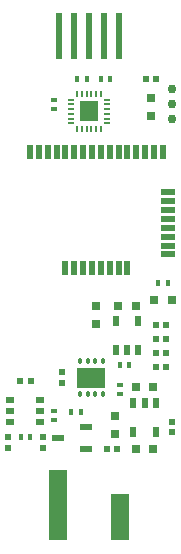
<source format=gtp>
G04*
G04 #@! TF.GenerationSoftware,Altium Limited,Altium Designer,21.0.9 (235)*
G04*
G04 Layer_Color=8421504*
%FSLAX24Y24*%
%MOIN*%
G70*
G04*
G04 #@! TF.SameCoordinates,2108956C-AFA9-499C-9B58-46B140F6933B*
G04*
G04*
G04 #@! TF.FilePolarity,Positive*
G04*
G01*
G75*
%ADD17R,0.0236X0.1535*%
%ADD18O,0.0236X0.0079*%
%ADD19O,0.0079X0.0236*%
%ADD20R,0.0606X0.0669*%
%ADD21R,0.0591X0.2362*%
%ADD22R,0.0591X0.1575*%
%ADD23C,0.0295*%
%ADD24R,0.0217X0.0217*%
%ADD25R,0.0315X0.0315*%
%ADD26R,0.0217X0.0217*%
%ADD27R,0.0315X0.0315*%
%ADD28R,0.0217X0.0335*%
%ADD29R,0.0157X0.0197*%
%ADD30R,0.0945X0.0650*%
%ADD31O,0.0118X0.0236*%
%ADD32R,0.0315X0.0217*%
%ADD33R,0.0197X0.0157*%
%ADD34R,0.0197X0.0472*%
%ADD35R,0.0472X0.0197*%
%ADD36R,0.0394X0.0236*%
D17*
X500Y16811D02*
D03*
X1000D02*
D03*
X-1000D02*
D03*
X-500D02*
D03*
X0D02*
D03*
D18*
X591Y13917D02*
D03*
Y14075D02*
D03*
Y14232D02*
D03*
Y14390D02*
D03*
Y14547D02*
D03*
Y14705D02*
D03*
X-591D02*
D03*
Y14547D02*
D03*
Y14390D02*
D03*
Y14232D02*
D03*
Y14075D02*
D03*
Y13917D02*
D03*
D19*
X394Y14902D02*
D03*
X236D02*
D03*
X79D02*
D03*
X-79D02*
D03*
X-236D02*
D03*
X-394D02*
D03*
Y13720D02*
D03*
X-236D02*
D03*
X-79D02*
D03*
X79D02*
D03*
X236D02*
D03*
X394D02*
D03*
D20*
X0Y14311D02*
D03*
D21*
X-1043Y1181D02*
D03*
D22*
X1043Y787D02*
D03*
D23*
X2756Y14075D02*
D03*
Y14567D02*
D03*
Y15059D02*
D03*
D24*
X2244Y15394D02*
D03*
X1890D02*
D03*
X2579Y5787D02*
D03*
X2224D02*
D03*
X2224Y6260D02*
D03*
X2579D02*
D03*
X2579Y7205D02*
D03*
X2224D02*
D03*
X-1949Y5315D02*
D03*
X-2303D02*
D03*
X591Y3051D02*
D03*
X945D02*
D03*
X2224Y6732D02*
D03*
X2579D02*
D03*
D25*
X2067Y14173D02*
D03*
Y14764D02*
D03*
X965Y7835D02*
D03*
X1555D02*
D03*
Y5118D02*
D03*
X2146D02*
D03*
X1555Y3051D02*
D03*
X2146D02*
D03*
X2165Y8012D02*
D03*
X2756D02*
D03*
D26*
X-1535Y3445D02*
D03*
Y3091D02*
D03*
X2756Y3967D02*
D03*
Y3612D02*
D03*
X-906Y5256D02*
D03*
Y5610D02*
D03*
X-2717Y3445D02*
D03*
Y3091D02*
D03*
D27*
X866Y4154D02*
D03*
Y3563D02*
D03*
X236Y7815D02*
D03*
Y7224D02*
D03*
D28*
X886Y6368D02*
D03*
X1260D02*
D03*
X1634D02*
D03*
Y7333D02*
D03*
X886D02*
D03*
X2224Y4577D02*
D03*
X1850D02*
D03*
X1476D02*
D03*
Y3612D02*
D03*
X2224D02*
D03*
D29*
X1024Y5866D02*
D03*
X1339D02*
D03*
X-591Y4291D02*
D03*
X-276D02*
D03*
X-2283Y3445D02*
D03*
X-1969D02*
D03*
X394Y15394D02*
D03*
X709D02*
D03*
X-79D02*
D03*
X-394D02*
D03*
X2618Y8602D02*
D03*
X2303D02*
D03*
D30*
X79Y5433D02*
D03*
D31*
X463Y4882D02*
D03*
X207D02*
D03*
X-49D02*
D03*
X-305D02*
D03*
Y5984D02*
D03*
X-49D02*
D03*
X207D02*
D03*
X463D02*
D03*
D32*
X-2628Y4705D02*
D03*
Y4331D02*
D03*
Y3957D02*
D03*
X-1624D02*
D03*
Y4331D02*
D03*
Y4705D02*
D03*
D33*
X-1181Y4016D02*
D03*
Y4331D02*
D03*
X1024Y5197D02*
D03*
Y4882D02*
D03*
X-1181Y14705D02*
D03*
Y14390D02*
D03*
D34*
X-787Y9094D02*
D03*
X1280D02*
D03*
X689D02*
D03*
X984D02*
D03*
X-492D02*
D03*
X98D02*
D03*
X-197D02*
D03*
X394D02*
D03*
X-1083Y12953D02*
D03*
X-1673D02*
D03*
X-1378D02*
D03*
X-1968D02*
D03*
X394D02*
D03*
X-197D02*
D03*
X98D02*
D03*
X-787D02*
D03*
X-492D02*
D03*
X984D02*
D03*
X689D02*
D03*
X1575D02*
D03*
X1280D02*
D03*
X1870D02*
D03*
X2165D02*
D03*
X2461D02*
D03*
D35*
X2638Y11614D02*
D03*
Y11319D02*
D03*
Y9547D02*
D03*
Y9843D02*
D03*
Y10138D02*
D03*
Y10433D02*
D03*
Y10728D02*
D03*
Y11024D02*
D03*
D36*
X-98Y3051D02*
D03*
Y3799D02*
D03*
X-1043Y3425D02*
D03*
M02*

</source>
